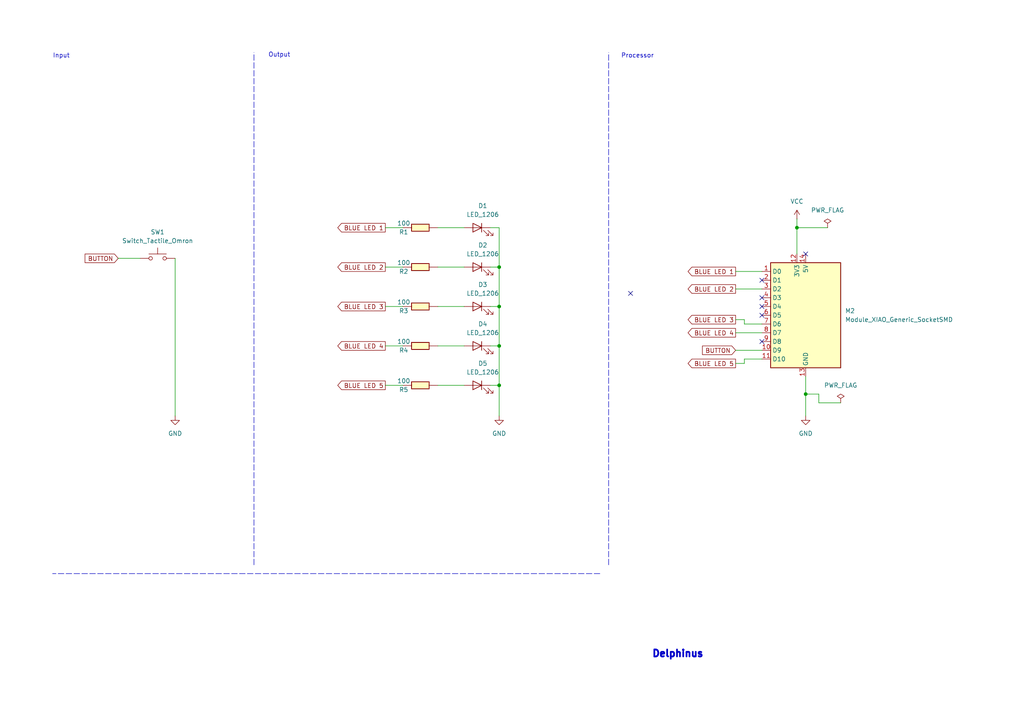
<source format=kicad_sch>
(kicad_sch (version 20250114) (generator "eeschema") (generator_version "9.0")
  (paper "A4")
  (lib_symbols
    (symbol "PCM_fab:LED_1206" (pin_numbers (hide yes)) (pin_names (offset 1.016) (hide yes))
      (property "Reference" "D" (at 0 2.54 0))
      (property "Value" "LED_1206" (at 0 -2.54 0))
      (symbol "LED_1206_0_1"
        (polyline (pts (xy -3.048 -0.762) (xy -4.572 -2.286) (xy -3.81 -2.286) (xy -4.572 -2.286) (xy -4.572 -1.524)))
        (polyline (pts (xy -1.778 -0.762) (xy -3.302 -2.286) (xy -2.54 -2.286) (xy -3.302 -2.286) (xy -3.302 -1.524)))
        (polyline (pts (xy -1.27 0) (xy 1.27 0)))
        (polyline (pts (xy -1.27 -1.27) (xy -1.27 1.27)) (stroke (width 0.2032)))
        (polyline (pts (xy 1.27 -1.27) (xy 1.27 1.27) (xy -1.27 0) (xy 1.27 -1.27)) (stroke (width 0.2032)))
      )
      (symbol "LED_1206_1_1"
        (pin passive line (at -3.81 0 0) (length 2.54) (name "K") (number "1"))
        (pin passive line (at 3.81 0 180) (length 2.54) (name "A") (number "2"))
      )
    )
    (symbol "PCM_fab:Module_XIAO_Generic_SocketSMD"
      (property "Reference" "M" (at -10.16 16.51 0))
      (property "Value" "Module_XIAO_Generic_SocketSMD" (at 1.27 16.51 0))
      (symbol "Module_XIAO_Generic_SocketSMD_1_1"
        (rectangle (start -10.16 15.24) (end 10.16 -15.24) (stroke (width 0.254)) (fill (type background)))
        (pin bidirectional line (at -12.7 12.7 0) (length 2.54) (name "D0") (number "1"))
        (pin bidirectional line (at -12.7 10.16 0) (length 2.54) (name "D1") (number "2"))
        (pin bidirectional line (at -12.7 7.62 0) (length 2.54) (name "D2") (number "3"))
        (pin bidirectional line (at -12.7 5.08 0) (length 2.54) (name "D3") (number "4"))
        (pin bidirectional line (at -12.7 2.54 0) (length 2.54) (name "D4") (number "5"))
        (pin bidirectional line (at -12.7 0 0) (length 2.54) (name "D5") (number "6"))
        (pin bidirectional line (at -12.7 -2.54 0) (length 2.54) (name "D6") (number "7"))
        (pin bidirectional line (at -12.7 -5.08 0) (length 2.54) (name "D7") (number "8"))
        (pin bidirectional line (at -12.7 -7.62 0) (length 2.54) (name "D8") (number "9"))
        (pin bidirectional line (at -12.7 -10.16 0) (length 2.54) (name "D9") (number "10"))
        (pin bidirectional line (at -12.7 -12.7 0) (length 2.54) (name "D10") (number "11"))
        (pin power_in line (at -2.54 17.78 270) (length 2.54) (name "3V3") (number "12"))
        (pin power_in line (at 0 17.78 270) (length 2.54) (name "5V") (number "14"))
        (pin power_in line (at 0 -17.78 90) (length 2.54) (name "GND") (number "13"))
      )
    )
    (symbol "PCM_fab:PWR_FLAG" (power) (pin_numbers (hide yes)) (pin_names (offset 0) (hide yes))
      (property "Value" "PWR_FLAG" (at 0 3.81 0))
      (symbol "PWR_FLAG_0_1"
        (polyline (pts (xy 0 0) (xy 0 1.27) (xy -1.016 1.905) (xy 0 2.54) (xy 1.016 1.905) (xy 0 1.27)))
      )
      (symbol "PWR_FLAG_1_0"
        (pin power_out line (at 0 0 90) (length 0) (name "PWR_FLAG") (number "1"))
      )
    )
    (symbol "PCM_fab:R_1206" (pin_numbers (hide yes)) (pin_names (offset 0))
      (property "Reference" "R" (at 2.54 0 90))
      (property "Value" "R_1206" (at -2.54 0 90))
      (symbol "R_1206_0_1"
        (rectangle (start -1.016 -2.54) (end 1.016 2.54) (stroke (width 0.254)) (fill (type background)))
      )
      (symbol "R_1206_1_1"
        (pin passive line (at 0 5.08 270) (length 2.54) (name "~") (number "1"))
        (pin passive line (at 0 -5.08 90) (length 2.54) (name "~") (number "2"))
      )
    )
    (symbol "PCM_fab:Switch_Tactile_Omron" (pin_numbers (hide yes)) (pin_names (offset 1.016) (hide yes))
      (property "Reference" "SW" (at 1.27 2.54 0))
      (property "Value" "Switch_Tactile_Omron" (at 0 -1.524 0))
      (symbol "Switch_Tactile_Omron_0_1"
        (circle (center -2.032 0) (radius 0.508))
        (polyline (pts (xy 0 1.27) (xy 0 3.048)))
        (circle (center 2.032 0) (radius 0.508))
        (polyline (pts (xy 2.54 1.27) (xy -2.54 1.27)))
        (pin passive line (at -5.08 0 0) (length 2.54) (name "1") (number "1"))
        (pin passive line (at 5.08 0 180) (length 2.54) (name "2") (number "2"))
      )
    )
    (symbol "power:GND" (power) (pin_numbers (hide yes)) (pin_names (offset 0) (hide yes))
      (property "Value" "GND" (at 0 -3.81 0))
      (symbol "GND_0_1"
        (polyline (pts (xy 0 0) (xy 0 -1.27) (xy 1.27 -1.27) (xy 0 -2.54) (xy -1.27 -1.27) (xy 0 -1.27)))
      )
      (symbol "GND_1_1"
        (pin power_in line (at 0 0 270) (length 0) (name "~") (number "1"))
      )
    )
    (symbol "power:VCC" (power) (pin_numbers (hide yes)) (pin_names (offset 0) (hide yes))
      (property "Value" "VCC" (at 0 3.556 0))
      (symbol "VCC_0_1"
        (polyline (pts (xy -0.762 1.27) (xy 0 2.54)))
        (polyline (pts (xy 0 2.54) (xy 0.762 1.27)))
        (polyline (pts (xy 0 0) (xy 0 2.54)))
      )
      (symbol "VCC_1_1"
        (pin power_in line (at 0 0 90) (length 0) (name "~") (number "1"))
      )
    )
  )
  (text "Processor" (at 184.912 16.256 0) (effects (font (size 1.27 1.27))))
  (text "Delphinus" (at 196.596 189.738 0) (effects (font (size 2 2) (thickness 0.6) (bold yes))))
  (text "Input" (at 17.78 16.256 0) (effects (font (size 1.27 1.27))))
  (text "Output" (at 81.026 16.002 0) (effects (font (size 1.27 1.27))))
  (junction (at 233.68 114.3))
  (junction (at 144.78 77.47))
  (junction (at 144.78 88.9))
  (junction (at 231.14 66.04))
  (junction (at 144.78 111.76))
  (junction (at 144.78 100.33))
  (no_connect (at 220.98 81.28))
  (no_connect (at 220.98 86.36))
  (no_connect (at 233.68 73.66))
  (no_connect (at 220.98 88.9))
  (no_connect (at 220.98 99.06))
  (no_connect (at 182.88 85.09))
  (no_connect (at 220.98 91.44))
  (wire (pts (xy 213.36 96.52) (xy 220.98 96.52)))
  (wire (pts (xy 34.29 74.93) (xy 40.64 74.93)))
  (polyline (pts (xy 173.99 166.37) (xy 15.24 166.37)) (stroke (width 0) (type dash)))
  (wire (pts (xy 116.84 88.9) (xy 111.76 88.9)))
  (wire (pts (xy 220.98 93.98) (xy 215.9 93.98)))
  (wire (pts (xy 116.84 111.76) (xy 111.76 111.76)))
  (wire (pts (xy 215.9 92.71) (xy 213.36 92.71)))
  (wire (pts (xy 215.9 104.14) (xy 220.98 104.14)))
  (wire (pts (xy 231.14 66.04) (xy 231.14 73.66)))
  (wire (pts (xy 116.84 100.33) (xy 111.76 100.33)))
  (wire (pts (xy 213.36 83.82) (xy 220.98 83.82)))
  (wire (pts (xy 127 77.47) (xy 134.62 77.47)))
  (wire (pts (xy 127 88.9) (xy 134.62 88.9)))
  (wire (pts (xy 231.14 63.5) (xy 231.14 66.04)))
  (polyline (pts (xy 73.66 163.83) (xy 73.66 15.24)) (stroke (width 0) (type dash)))
  (wire (pts (xy 213.36 78.74) (xy 220.98 78.74)))
  (wire (pts (xy 50.8 74.93) (xy 50.8 120.65)))
  (wire (pts (xy 144.78 100.33) (xy 144.78 111.76)))
  (wire (pts (xy 127 100.33) (xy 134.62 100.33)))
  (wire (pts (xy 231.14 66.04) (xy 240.03 66.04)))
  (wire (pts (xy 142.24 77.47) (xy 144.78 77.47)))
  (wire (pts (xy 144.78 66.04) (xy 144.78 77.47)))
  (wire (pts (xy 142.24 111.76) (xy 144.78 111.76)))
  (wire (pts (xy 237.49 116.84) (xy 237.49 114.3)))
  (wire (pts (xy 116.84 77.47) (xy 111.76 77.47)))
  (wire (pts (xy 233.68 109.22) (xy 233.68 114.3)))
  (wire (pts (xy 142.24 100.33) (xy 144.78 100.33)))
  (wire (pts (xy 215.9 93.98) (xy 215.9 92.71)))
  (wire (pts (xy 213.36 101.6) (xy 220.98 101.6)))
  (wire (pts (xy 127 66.04) (xy 134.62 66.04)))
  (wire (pts (xy 233.68 114.3) (xy 233.68 120.65)))
  (wire (pts (xy 116.84 66.04) (xy 111.76 66.04)))
  (wire (pts (xy 144.78 77.47) (xy 144.78 88.9)))
  (wire (pts (xy 237.49 114.3) (xy 233.68 114.3)))
  (wire (pts (xy 142.24 66.04) (xy 144.78 66.04)))
  (wire (pts (xy 144.78 88.9) (xy 144.78 100.33)))
  (wire (pts (xy 215.9 105.41) (xy 215.9 104.14)))
  (wire (pts (xy 127 111.76) (xy 134.62 111.76)))
  (wire (pts (xy 144.78 111.76) (xy 144.78 120.65)))
  (wire (pts (xy 213.36 105.41) (xy 215.9 105.41)))
  (wire (pts (xy 142.24 88.9) (xy 144.78 88.9)))
  (wire (pts (xy 243.84 116.84) (xy 237.49 116.84)))
  (polyline (pts (xy 176.53 163.83) (xy 176.53 15.24)) (stroke (width 0) (type dash)))
  (global_label "BLUE LED 2" (shape output) (at 111.76 77.47 180) (property "Intersheetrefs" "${INTERSHEET_REFS}" (effects (hide yes))))
  (global_label "BLUE LED 3" (shape output) (at 213.36 92.71 180) (property "Intersheetrefs" "${INTERSHEET_REFS}" (effects (hide yes))))
  (global_label "BLUE LED 1" (shape output) (at 213.36 78.74 180) (property "Intersheetrefs" "${INTERSHEET_REFS}" (effects (hide yes))))
  (global_label "BUTTON" (shape input) (at 34.29 74.93 180) (property "Intersheetrefs" "${INTERSHEET_REFS}" (effects (hide yes))))
  (global_label "BLUE LED 2" (shape output) (at 213.36 83.82 180) (property "Intersheetrefs" "${INTERSHEET_REFS}" (effects (hide yes))))
  (global_label "BLUE LED 5" (shape output) (at 111.76 111.76 180) (property "Intersheetrefs" "${INTERSHEET_REFS}" (effects (hide yes))))
  (global_label "BLUE LED 3" (shape output) (at 111.76 88.9 180) (property "Intersheetrefs" "${INTERSHEET_REFS}" (effects (hide yes))))
  (global_label "BLUE LED 5" (shape output) (at 213.36 105.41 180) (property "Intersheetrefs" "${INTERSHEET_REFS}" (effects (hide yes))))
  (global_label "BLUE LED 1" (shape output) (at 111.76 66.04 180) (property "Intersheetrefs" "${INTERSHEET_REFS}" (effects (hide yes))))
  (global_label "BUTTON" (shape input) (at 213.36 101.6 180) (property "Intersheetrefs" "${INTERSHEET_REFS}" (effects (hide yes))))
  (global_label "BLUE LED 4" (shape output) (at 111.76 100.33 180) (property "Intersheetrefs" "${INTERSHEET_REFS}" (effects (hide yes))))
  (global_label "BLUE LED 4" (shape output) (at 213.36 96.52 180) (property "Intersheetrefs" "${INTERSHEET_REFS}" (effects (hide yes))))
  (symbol (lib_id "PCM_fab:LED_1206") (at 138.43 66.04 0) (mirror y) (unit 1)
    (property "Reference" "D1" (at 140.0302 59.69 0))
    (property "Value" "LED_1206" (at 140.0302 62.23 0))
    (property "Footprint" "PCM_fab:LED_1206" (effects (hide yes)))
    (property "Datasheet" "https://optoelectronics.liteon.com/upload/download/DS-22-98-0002/LTST-C150CKT.pdf" (effects (hide yes)))
    (property "Description" "Light emitting diode, Lite-On Inc. LTST, SMD" (effects (hide yes)))
  )
  (symbol (lib_id "PCM_fab:R_1206") (at 121.92 66.04 90) (unit 1)
    (property "Reference" "R1" (at 117.094 67.31 90))
    (property "Value" "100" (at 117.094 64.77 90))
    (property "Footprint" "PCM_fab:R_1206" (effects (hide yes)))
    (property "Description" "Resistor" (effects (hide yes)))
  )
  (symbol (lib_id "PCM_fab:Switch_Tactile_Omron") (at 45.72 74.93 0) (unit 1)
    (property "Reference" "SW1" (at 45.72 67.31 0))
    (property "Value" "Switch_Tactile_Omron" (at 45.72 69.85 0))
    (property "Footprint" "PCM_fab:Button_Omron_B3SN_6.0x6.0mm" (effects (hide yes)))
    (property "Datasheet" "https://omronfs.omron.com/en_US/ecb/products/pdf/en-b3sn.pdf" (effects (hide yes)))
    (property "Description" "Push button switch, Omron, B3SN, Sealed Tactile Switch (SMT), SPST-NO Top Actuated Surface Mount" (effects (hide yes)))
  )
  (symbol (lib_id "PCM_fab:R_1206") (at 121.92 100.33 90) (unit 1)
    (property "Reference" "R4" (at 117.094 101.6 90))
    (property "Value" "100" (at 117.094 99.06 90))
    (property "Footprint" "PCM_fab:R_1206" (effects (hide yes)))
    (property "Description" "Resistor" (effects (hide yes)))
  )
  (symbol (lib_id "PCM_fab:Module_XIAO_Generic_SocketSMD") (at 233.68 91.44 0) (unit 1)
    (property "Reference" "M2" (at 245.11 90.1699 0) (effects (justify left)))
    (property "Value" "Module_XIAO_Generic_SocketSMD" (at 245.11 92.7099 0) (effects (justify left)))
    (property "Footprint" "PCM_fab:Module_XIAO_Generic_SocketSMD" (effects (hide yes)))
    (property "Datasheet" "https://wiki.seeedstudio.com/xiao_topic_page/" (effects (hide yes)))
    (property "Description" "The Seeed Studio XIAO series, named after the Chinese word for \"small,\" comprises tiny development boards based on various hardware platforms of ESP32, SAMD21, RP2040, nRF52840, RP2350 and RA4M1, MG24" (effects (hide yes)))
  )
  (symbol (lib_id "PCM_fab:LED_1206") (at 138.43 111.76 0) (mirror y) (unit 1)
    (property "Reference" "D5" (at 140.0302 105.41 0))
    (property "Value" "LED_1206" (at 140.0302 107.95 0))
    (property "Footprint" "PCM_fab:LED_1206" (effects (hide yes)))
    (property "Datasheet" "https://optoelectronics.liteon.com/upload/download/DS-22-98-0002/LTST-C150CKT.pdf" (effects (hide yes)))
    (property "Description" "Light emitting diode, Lite-On Inc. LTST, SMD" (effects (hide yes)))
  )
  (symbol (lib_id "power:VCC") (at 231.14 63.5 0) (unit 1)
    (property "Reference" "#PWR02" (effects (hide yes)))
    (property "Value" "VCC" (at 231.14 58.42 0))
    (property "Description" "Power symbol creates a global label with name \"VCC\"" (effects (hide yes)))
  )
  (symbol (lib_id "power:GND") (at 233.68 120.65 0) (unit 1)
    (property "Reference" "#PWR04" (effects (hide yes)))
    (property "Value" "GND" (at 233.68 125.73 0))
    (property "Description" "Power symbol creates a global label with name \"GND\" , ground" (effects (hide yes)))
  )
  (symbol (lib_id "PCM_fab:PWR_FLAG") (at 240.03 66.04 0) (unit 1)
    (property "Reference" "#FLG01" (effects (hide yes)))
    (property "Value" "PWR_FLAG" (at 240.03 60.96 0))
    (property "Description" "Special symbol for telling ERC where power comes from" (effects (hide yes)))
  )
  (symbol (lib_id "power:GND") (at 144.78 120.65 0) (unit 1)
    (property "Reference" "#PWR01" (effects (hide yes)))
    (property "Value" "GND" (at 144.78 125.73 0))
    (property "Description" "Power symbol creates a global label with name \"GND\" , ground" (effects (hide yes)))
  )
  (symbol (lib_id "PCM_fab:R_1206") (at 121.92 88.9 90) (unit 1)
    (property "Reference" "R3" (at 117.094 90.17 90))
    (property "Value" "100" (at 117.094 87.63 90))
    (property "Footprint" "PCM_fab:R_1206" (effects (hide yes)))
    (property "Description" "Resistor" (effects (hide yes)))
  )
  (symbol (lib_id "PCM_fab:R_1206") (at 121.92 111.76 90) (unit 1)
    (property "Reference" "R5" (at 117.094 113.03 90))
    (property "Value" "100" (at 117.094 110.49 90))
    (property "Footprint" "PCM_fab:R_1206" (effects (hide yes)))
    (property "Description" "Resistor" (effects (hide yes)))
  )
  (symbol (lib_id "PCM_fab:LED_1206") (at 138.43 77.47 0) (mirror y) (unit 1)
    (property "Reference" "D2" (at 140.0302 71.12 0))
    (property "Value" "LED_1206" (at 140.0302 73.66 0))
    (property "Footprint" "PCM_fab:LED_1206" (effects (hide yes)))
    (property "Datasheet" "https://optoelectronics.liteon.com/upload/download/DS-22-98-0002/LTST-C150CKT.pdf" (effects (hide yes)))
    (property "Description" "Light emitting diode, Lite-On Inc. LTST, SMD" (effects (hide yes)))
  )
  (symbol (lib_id "power:GND") (at 50.8 120.65 0) (unit 1)
    (property "Reference" "#PWR03" (effects (hide yes)))
    (property "Value" "GND" (at 50.8 125.73 0))
    (property "Description" "Power symbol creates a global label with name \"GND\" , ground" (effects (hide yes)))
  )
  (symbol (lib_id "PCM_fab:PWR_FLAG") (at 243.84 116.84 0) (unit 1)
    (property "Reference" "#FLG02" (effects (hide yes)))
    (property "Value" "PWR_FLAG" (at 243.84 111.76 0))
    (property "Description" "Special symbol for telling ERC where power comes from" (effects (hide yes)))
  )
  (symbol (lib_id "PCM_fab:LED_1206") (at 138.43 88.9 0) (mirror y) (unit 1)
    (property "Reference" "D3" (at 140.0302 82.55 0))
    (property "Value" "LED_1206" (at 140.0302 85.09 0))
    (property "Footprint" "PCM_fab:LED_1206" (effects (hide yes)))
    (property "Datasheet" "https://optoelectronics.liteon.com/upload/download/DS-22-98-0002/LTST-C150CKT.pdf" (effects (hide yes)))
    (property "Description" "Light emitting diode, Lite-On Inc. LTST, SMD" (effects (hide yes)))
  )
  (symbol (lib_id "PCM_fab:R_1206") (at 121.92 77.47 90) (unit 1)
    (property "Reference" "R2" (at 117.094 78.74 90))
    (property "Value" "100" (at 117.094 76.2 90))
    (property "Footprint" "PCM_fab:R_1206" (effects (hide yes)))
    (property "Description" "Resistor" (effects (hide yes)))
  )
  (symbol (lib_id "PCM_fab:LED_1206") (at 138.43 100.33 0) (mirror y) (unit 1)
    (property "Reference" "D4" (at 140.0302 93.98 0))
    (property "Value" "LED_1206" (at 140.0302 96.52 0))
    (property "Footprint" "PCM_fab:LED_1206" (effects (hide yes)))
    (property "Datasheet" "https://optoelectronics.liteon.com/upload/download/DS-22-98-0002/LTST-C150CKT.pdf" (effects (hide yes)))
    (property "Description" "Light emitting diode, Lite-On Inc. LTST, SMD" (effects (hide yes)))
  )
)
</source>
